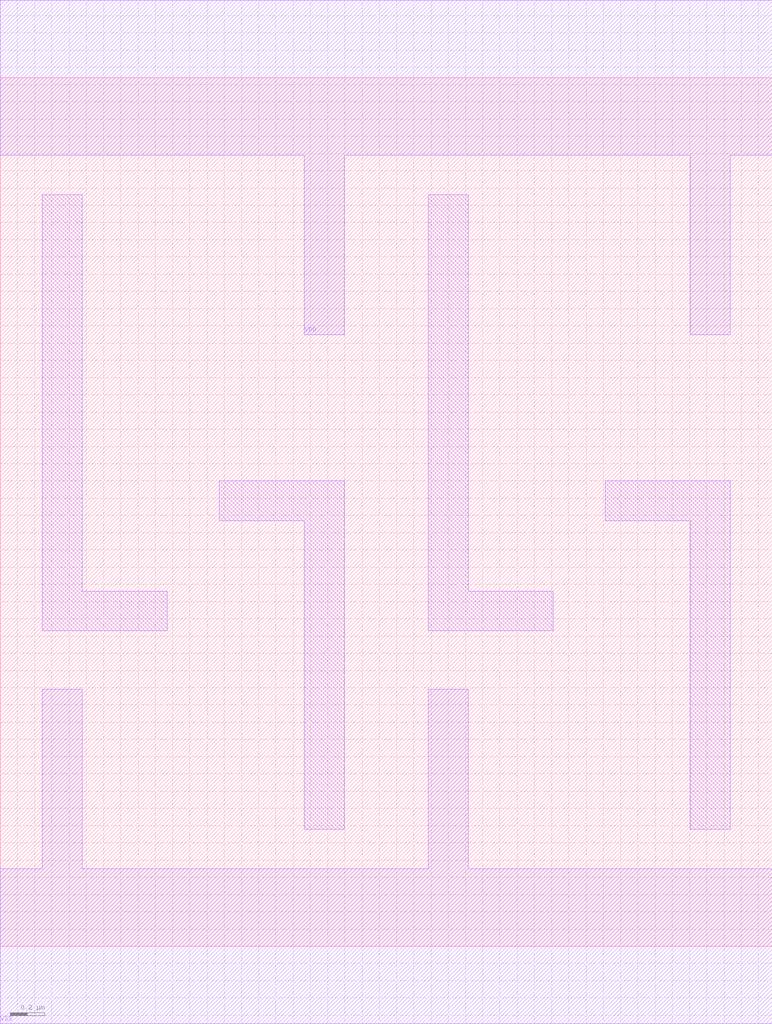
<source format=lef>
# Copyright 2022 GlobalFoundries PDK Authors
#
# Licensed under the Apache License, Version 2.0 (the "License");
# you may not use this file except in compliance with the License.
# You may obtain a copy of the License at
#
#      http://www.apache.org/licenses/LICENSE-2.0
#
# Unless required by applicable law or agreed to in writing, software
# distributed under the License is distributed on an "AS IS" BASIS,
# WITHOUT WARRANTIES OR CONDITIONS OF ANY KIND, either express or implied.
# See the License for the specific language governing permissions and
# limitations under the License.

MACRO gf180mcu_fd_sc_mcu9t5v0__fillcap_8
  CLASS core SPACER ;
  FOREIGN gf180mcu_fd_sc_mcu9t5v0__fillcap_8 0.0 0.0 ;
  ORIGIN 0 0 ;
  SYMMETRY X Y ;
  SITE GF018hv5v_green_sc9 ;
  SIZE 4.48 BY 5.04 ;
  PIN VDD
    DIRECTION INOUT ;
    USE power ;
    SHAPE ABUTMENT ;
    PORT
      LAYER Metal1 ;
        POLYGON 0 4.59 0.97 4.59 1.765 4.59 1.765 3.55 1.995 3.55 1.995 4.59 3.21 4.59 4.005 4.59 4.005 3.55 4.235 3.55 4.235 4.59 4.48 4.59 4.48 5.49 4.235 5.49 3.21 5.49 1.995 5.49 0.97 5.49 0 5.49  ;
    END
  END VDD
  PIN VSS
    DIRECTION INOUT ;
    USE ground ;
    SHAPE ABUTMENT ;
    PORT
      LAYER Metal1 ;
        POLYGON 0 -0.45 4.48 -0.45 4.48 0.45 2.715 0.45 2.715 1.49 2.485 1.49 2.485 0.45 0.475 0.45 0.475 1.49 0.245 1.49 0.245 0.45 0 0.45  ;
    END
  END VSS
  OBS
      LAYER Metal1 ;
        POLYGON 0.245 1.83 0.97 1.83 0.97 2.06 0.475 2.06 0.475 4.36 0.245 4.36  ;
        POLYGON 1.27 2.47 1.765 2.47 1.765 0.68 1.995 0.68 1.995 2.7 1.27 2.7  ;
        POLYGON 2.485 1.83 3.21 1.83 3.21 2.06 2.715 2.06 2.715 4.36 2.485 4.36  ;
        POLYGON 3.51 2.47 4.005 2.47 4.005 0.68 4.235 0.68 4.235 2.7 3.51 2.7  ;
  END
END gf180mcu_fd_sc_mcu9t5v0__fillcap_8

</source>
